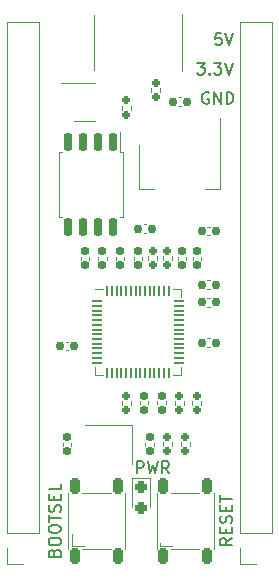
<source format=gbr>
%TF.GenerationSoftware,KiCad,Pcbnew,(6.0.6)*%
%TF.CreationDate,2022-06-27T18:40:53+02:00*%
%TF.ProjectId,rp2040-mini,72703230-3430-42d6-9d69-6e692e6b6963,rev?*%
%TF.SameCoordinates,Original*%
%TF.FileFunction,Legend,Top*%
%TF.FilePolarity,Positive*%
%FSLAX46Y46*%
G04 Gerber Fmt 4.6, Leading zero omitted, Abs format (unit mm)*
G04 Created by KiCad (PCBNEW (6.0.6)) date 2022-06-27 18:40:53*
%MOMM*%
%LPD*%
G01*
G04 APERTURE LIST*
G04 Aperture macros list*
%AMRoundRect*
0 Rectangle with rounded corners*
0 $1 Rounding radius*
0 $2 $3 $4 $5 $6 $7 $8 $9 X,Y pos of 4 corners*
0 Add a 4 corners polygon primitive as box body*
4,1,4,$2,$3,$4,$5,$6,$7,$8,$9,$2,$3,0*
0 Add four circle primitives for the rounded corners*
1,1,$1+$1,$2,$3*
1,1,$1+$1,$4,$5*
1,1,$1+$1,$6,$7*
1,1,$1+$1,$8,$9*
0 Add four rect primitives between the rounded corners*
20,1,$1+$1,$2,$3,$4,$5,0*
20,1,$1+$1,$4,$5,$6,$7,0*
20,1,$1+$1,$6,$7,$8,$9,0*
20,1,$1+$1,$8,$9,$2,$3,0*%
G04 Aperture macros list end*
%ADD10C,0.150000*%
%ADD11C,0.120000*%
%ADD12RoundRect,0.160000X0.160000X-0.197500X0.160000X0.197500X-0.160000X0.197500X-0.160000X-0.197500X0*%
%ADD13RoundRect,0.155000X0.155000X-0.212500X0.155000X0.212500X-0.155000X0.212500X-0.155000X-0.212500X0*%
%ADD14R,1.560000X0.650000*%
%ADD15RoundRect,0.225000X0.225000X-0.475000X0.225000X0.475000X-0.225000X0.475000X-0.225000X-0.475000X0*%
%ADD16RoundRect,0.050000X-0.387500X-0.050000X0.387500X-0.050000X0.387500X0.050000X-0.387500X0.050000X0*%
%ADD17RoundRect,0.050000X-0.050000X-0.387500X0.050000X-0.387500X0.050000X0.387500X-0.050000X0.387500X0*%
%ADD18R,3.200000X3.200000*%
%ADD19R,1.500000X2.000000*%
%ADD20R,3.800000X2.000000*%
%ADD21RoundRect,0.150000X-0.150000X0.650000X-0.150000X-0.650000X0.150000X-0.650000X0.150000X0.650000X0*%
%ADD22RoundRect,0.155000X-0.155000X0.212500X-0.155000X-0.212500X0.155000X-0.212500X0.155000X0.212500X0*%
%ADD23R,0.400000X1.350000*%
%ADD24R,0.900000X1.700000*%
%ADD25C,0.550000*%
%ADD26R,1.700000X1.700000*%
%ADD27O,1.700000X1.700000*%
%ADD28RoundRect,0.155000X-0.212500X-0.155000X0.212500X-0.155000X0.212500X0.155000X-0.212500X0.155000X0*%
%ADD29RoundRect,0.160000X-0.160000X0.197500X-0.160000X-0.197500X0.160000X-0.197500X0.160000X0.197500X0*%
%ADD30R,1.400000X1.200000*%
%ADD31RoundRect,0.155000X0.212500X0.155000X-0.212500X0.155000X-0.212500X-0.155000X0.212500X-0.155000X0*%
%ADD32RoundRect,0.237500X-0.237500X0.287500X-0.237500X-0.287500X0.237500X-0.287500X0.237500X0.287500X0*%
G04 APERTURE END LIST*
D10*
X86452380Y-77452380D02*
X85976190Y-77785714D01*
X86452380Y-78023809D02*
X85452380Y-78023809D01*
X85452380Y-77642857D01*
X85500000Y-77547619D01*
X85547619Y-77500000D01*
X85642857Y-77452380D01*
X85785714Y-77452380D01*
X85880952Y-77500000D01*
X85928571Y-77547619D01*
X85976190Y-77642857D01*
X85976190Y-78023809D01*
X85928571Y-77023809D02*
X85928571Y-76690476D01*
X86452380Y-76547619D02*
X86452380Y-77023809D01*
X85452380Y-77023809D01*
X85452380Y-76547619D01*
X86404761Y-76166666D02*
X86452380Y-76023809D01*
X86452380Y-75785714D01*
X86404761Y-75690476D01*
X86357142Y-75642857D01*
X86261904Y-75595238D01*
X86166666Y-75595238D01*
X86071428Y-75642857D01*
X86023809Y-75690476D01*
X85976190Y-75785714D01*
X85928571Y-75976190D01*
X85880952Y-76071428D01*
X85833333Y-76119047D01*
X85738095Y-76166666D01*
X85642857Y-76166666D01*
X85547619Y-76119047D01*
X85500000Y-76071428D01*
X85452380Y-75976190D01*
X85452380Y-75738095D01*
X85500000Y-75595238D01*
X85928571Y-75166666D02*
X85928571Y-74833333D01*
X86452380Y-74690476D02*
X86452380Y-75166666D01*
X85452380Y-75166666D01*
X85452380Y-74690476D01*
X85452380Y-74404761D02*
X85452380Y-73833333D01*
X86452380Y-74119047D02*
X85452380Y-74119047D01*
X83523809Y-37202380D02*
X84142857Y-37202380D01*
X83809523Y-37583333D01*
X83952380Y-37583333D01*
X84047619Y-37630952D01*
X84095238Y-37678571D01*
X84142857Y-37773809D01*
X84142857Y-38011904D01*
X84095238Y-38107142D01*
X84047619Y-38154761D01*
X83952380Y-38202380D01*
X83666666Y-38202380D01*
X83571428Y-38154761D01*
X83523809Y-38107142D01*
X84571428Y-38107142D02*
X84619047Y-38154761D01*
X84571428Y-38202380D01*
X84523809Y-38154761D01*
X84571428Y-38107142D01*
X84571428Y-38202380D01*
X84952380Y-37202380D02*
X85571428Y-37202380D01*
X85238095Y-37583333D01*
X85380952Y-37583333D01*
X85476190Y-37630952D01*
X85523809Y-37678571D01*
X85571428Y-37773809D01*
X85571428Y-38011904D01*
X85523809Y-38107142D01*
X85476190Y-38154761D01*
X85380952Y-38202380D01*
X85095238Y-38202380D01*
X85000000Y-38154761D01*
X84952380Y-38107142D01*
X85857142Y-37202380D02*
X86190476Y-38202380D01*
X86523809Y-37202380D01*
X85559523Y-34702380D02*
X85083333Y-34702380D01*
X85035714Y-35178571D01*
X85083333Y-35130952D01*
X85178571Y-35083333D01*
X85416666Y-35083333D01*
X85511904Y-35130952D01*
X85559523Y-35178571D01*
X85607142Y-35273809D01*
X85607142Y-35511904D01*
X85559523Y-35607142D01*
X85511904Y-35654761D01*
X85416666Y-35702380D01*
X85178571Y-35702380D01*
X85083333Y-35654761D01*
X85035714Y-35607142D01*
X85892857Y-34702380D02*
X86226190Y-35702380D01*
X86559523Y-34702380D01*
X78416666Y-71952380D02*
X78416666Y-70952380D01*
X78797619Y-70952380D01*
X78892857Y-71000000D01*
X78940476Y-71047619D01*
X78988095Y-71142857D01*
X78988095Y-71285714D01*
X78940476Y-71380952D01*
X78892857Y-71428571D01*
X78797619Y-71476190D01*
X78416666Y-71476190D01*
X79321428Y-70952380D02*
X79559523Y-71952380D01*
X79750000Y-71238095D01*
X79940476Y-71952380D01*
X80178571Y-70952380D01*
X81130952Y-71952380D02*
X80797619Y-71476190D01*
X80559523Y-71952380D02*
X80559523Y-70952380D01*
X80940476Y-70952380D01*
X81035714Y-71000000D01*
X81083333Y-71047619D01*
X81130952Y-71142857D01*
X81130952Y-71285714D01*
X81083333Y-71380952D01*
X81035714Y-71428571D01*
X80940476Y-71476190D01*
X80559523Y-71476190D01*
X84488095Y-39750000D02*
X84392857Y-39702380D01*
X84250000Y-39702380D01*
X84107142Y-39750000D01*
X84011904Y-39845238D01*
X83964285Y-39940476D01*
X83916666Y-40130952D01*
X83916666Y-40273809D01*
X83964285Y-40464285D01*
X84011904Y-40559523D01*
X84107142Y-40654761D01*
X84250000Y-40702380D01*
X84345238Y-40702380D01*
X84488095Y-40654761D01*
X84535714Y-40607142D01*
X84535714Y-40273809D01*
X84345238Y-40273809D01*
X84964285Y-40702380D02*
X84964285Y-39702380D01*
X85535714Y-40702380D01*
X85535714Y-39702380D01*
X86011904Y-40702380D02*
X86011904Y-39702380D01*
X86250000Y-39702380D01*
X86392857Y-39750000D01*
X86488095Y-39845238D01*
X86535714Y-39940476D01*
X86583333Y-40130952D01*
X86583333Y-40273809D01*
X86535714Y-40464285D01*
X86488095Y-40559523D01*
X86392857Y-40654761D01*
X86250000Y-40702380D01*
X86011904Y-40702380D01*
X71428571Y-78690476D02*
X71476190Y-78547619D01*
X71523809Y-78500000D01*
X71619047Y-78452380D01*
X71761904Y-78452380D01*
X71857142Y-78500000D01*
X71904761Y-78547619D01*
X71952380Y-78642857D01*
X71952380Y-79023809D01*
X70952380Y-79023809D01*
X70952380Y-78690476D01*
X71000000Y-78595238D01*
X71047619Y-78547619D01*
X71142857Y-78500000D01*
X71238095Y-78500000D01*
X71333333Y-78547619D01*
X71380952Y-78595238D01*
X71428571Y-78690476D01*
X71428571Y-79023809D01*
X70952380Y-77833333D02*
X70952380Y-77642857D01*
X71000000Y-77547619D01*
X71095238Y-77452380D01*
X71285714Y-77404761D01*
X71619047Y-77404761D01*
X71809523Y-77452380D01*
X71904761Y-77547619D01*
X71952380Y-77642857D01*
X71952380Y-77833333D01*
X71904761Y-77928571D01*
X71809523Y-78023809D01*
X71619047Y-78071428D01*
X71285714Y-78071428D01*
X71095238Y-78023809D01*
X71000000Y-77928571D01*
X70952380Y-77833333D01*
X70952380Y-76785714D02*
X70952380Y-76595238D01*
X71000000Y-76500000D01*
X71095238Y-76404761D01*
X71285714Y-76357142D01*
X71619047Y-76357142D01*
X71809523Y-76404761D01*
X71904761Y-76500000D01*
X71952380Y-76595238D01*
X71952380Y-76785714D01*
X71904761Y-76880952D01*
X71809523Y-76976190D01*
X71619047Y-77023809D01*
X71285714Y-77023809D01*
X71095238Y-76976190D01*
X71000000Y-76880952D01*
X70952380Y-76785714D01*
X70952380Y-76071428D02*
X70952380Y-75500000D01*
X71952380Y-75785714D02*
X70952380Y-75785714D01*
X71904761Y-75214285D02*
X71952380Y-75071428D01*
X71952380Y-74833333D01*
X71904761Y-74738095D01*
X71857142Y-74690476D01*
X71761904Y-74642857D01*
X71666666Y-74642857D01*
X71571428Y-74690476D01*
X71523809Y-74738095D01*
X71476190Y-74833333D01*
X71428571Y-75023809D01*
X71380952Y-75119047D01*
X71333333Y-75166666D01*
X71238095Y-75214285D01*
X71142857Y-75214285D01*
X71047619Y-75166666D01*
X71000000Y-75119047D01*
X70952380Y-75023809D01*
X70952380Y-74785714D01*
X71000000Y-74642857D01*
X71428571Y-74214285D02*
X71428571Y-73880952D01*
X71952380Y-73738095D02*
X71952380Y-74214285D01*
X70952380Y-74214285D01*
X70952380Y-73738095D01*
X71952380Y-72833333D02*
X71952380Y-73309523D01*
X70952380Y-73309523D01*
D11*
%TO.C,R5*%
X81620000Y-66167621D02*
X81620000Y-65832379D01*
X82380000Y-66167621D02*
X82380000Y-65832379D01*
%TO.C,C12*%
X82610000Y-53865835D02*
X82610000Y-53634165D01*
X81890000Y-53865835D02*
X81890000Y-53634165D01*
%TO.C,U2*%
X73100000Y-42110000D02*
X74900000Y-42110000D01*
X74900000Y-38890000D02*
X71950000Y-38890000D01*
%TO.C,C10*%
X78140000Y-53865835D02*
X78140000Y-53634165D01*
X78860000Y-53865835D02*
X78860000Y-53634165D01*
%TO.C,SW1*%
X73900000Y-78100000D02*
X72900000Y-78100000D01*
X76200000Y-73600000D02*
X73800000Y-73600000D01*
X72600000Y-78400000D02*
X72600000Y-73600000D01*
X77400000Y-78400000D02*
X77400000Y-73600000D01*
X76200000Y-78400000D02*
X73800000Y-78400000D01*
X72900000Y-78100000D02*
X72900000Y-77100000D01*
%TO.C,SW2*%
X80100000Y-78400000D02*
X80100000Y-73600000D01*
X84900000Y-78400000D02*
X84900000Y-73600000D01*
X83700000Y-73600000D02*
X81300000Y-73600000D01*
X83700000Y-78400000D02*
X81300000Y-78400000D01*
X81400000Y-78100000D02*
X80400000Y-78100000D01*
X80400000Y-78100000D02*
X80400000Y-77100000D01*
%TO.C,U1*%
X74890000Y-63610000D02*
X74890000Y-62960000D01*
X81460000Y-56390000D02*
X82110000Y-56390000D01*
X82110000Y-56390000D02*
X82110000Y-57040000D01*
X82110000Y-63610000D02*
X82110000Y-62960000D01*
X75540000Y-56390000D02*
X74890000Y-56390000D01*
X75540000Y-63610000D02*
X74890000Y-63610000D01*
X81460000Y-63610000D02*
X82110000Y-63610000D01*
%TO.C,U3*%
X78590000Y-44150000D02*
X78590000Y-47910000D01*
X85410000Y-47910000D02*
X84150000Y-47910000D01*
X78590000Y-47910000D02*
X79850000Y-47910000D01*
X85410000Y-41900000D02*
X85410000Y-47910000D01*
%TO.C,U4*%
X77225000Y-50250000D02*
X76965000Y-50250000D01*
X77225000Y-44750000D02*
X76965000Y-44750000D01*
X71775000Y-44750000D02*
X72035000Y-44750000D01*
X71775000Y-47500000D02*
X71775000Y-50250000D01*
X77225000Y-47500000D02*
X77225000Y-44750000D01*
X76965000Y-44750000D02*
X76965000Y-43100000D01*
X71775000Y-50250000D02*
X72035000Y-50250000D01*
X77225000Y-47500000D02*
X77225000Y-50250000D01*
X71775000Y-47500000D02*
X71775000Y-44750000D01*
%TO.C,R3*%
X83120000Y-66167621D02*
X83120000Y-65832379D01*
X83880000Y-66167621D02*
X83880000Y-65832379D01*
%TO.C,C6*%
X79140000Y-69384165D02*
X79140000Y-69615835D01*
X79860000Y-69384165D02*
X79860000Y-69615835D01*
%TO.C,J3*%
X82200000Y-33100000D02*
X82200000Y-37900000D01*
X74800000Y-33150000D02*
X74800000Y-37850000D01*
%TO.C,J1*%
X70105000Y-33765000D02*
X67445000Y-33765000D01*
X67445000Y-77005000D02*
X67445000Y-33765000D01*
X70105000Y-77005000D02*
X70105000Y-33765000D01*
X70105000Y-77005000D02*
X67445000Y-77005000D01*
X68775000Y-79605000D02*
X67445000Y-79605000D01*
X67445000Y-79605000D02*
X67445000Y-78275000D01*
%TO.C,C1*%
X84384165Y-56360000D02*
X84615835Y-56360000D01*
X84384165Y-55640000D02*
X84615835Y-55640000D01*
%TO.C,C16*%
X78984165Y-51610000D02*
X79215835Y-51610000D01*
X78984165Y-50890000D02*
X79215835Y-50890000D01*
%TO.C,R2*%
X80620000Y-53582379D02*
X80620000Y-53917621D01*
X81380000Y-53582379D02*
X81380000Y-53917621D01*
%TO.C,R6*%
X82880000Y-69667621D02*
X82880000Y-69332379D01*
X82120000Y-69667621D02*
X82120000Y-69332379D01*
%TO.C,R1*%
X80620000Y-69667621D02*
X80620000Y-69332379D01*
X81380000Y-69667621D02*
X81380000Y-69332379D01*
%TO.C,C2*%
X83860000Y-53865835D02*
X83860000Y-53634165D01*
X83140000Y-53865835D02*
X83140000Y-53634165D01*
%TO.C,C7*%
X78640000Y-65884165D02*
X78640000Y-66115835D01*
X79360000Y-65884165D02*
X79360000Y-66115835D01*
%TO.C,C14*%
X81951665Y-40860000D02*
X82183335Y-40860000D01*
X81951665Y-40140000D02*
X82183335Y-40140000D01*
%TO.C,Y1*%
X78000000Y-71150000D02*
X78000000Y-67850000D01*
X78000000Y-67850000D02*
X74000000Y-67850000D01*
%TO.C,R4*%
X80130000Y-53582379D02*
X80130000Y-53917621D01*
X79370000Y-53582379D02*
X79370000Y-53917621D01*
%TO.C,J2*%
X89830000Y-77005000D02*
X89830000Y-33765000D01*
X87170000Y-77005000D02*
X87170000Y-33765000D01*
X87170000Y-79605000D02*
X87170000Y-78275000D01*
X89830000Y-77005000D02*
X87170000Y-77005000D01*
X88500000Y-79605000D02*
X87170000Y-79605000D01*
X89830000Y-33765000D02*
X87170000Y-33765000D01*
%TO.C,C4*%
X84384165Y-57140000D02*
X84615835Y-57140000D01*
X84384165Y-57860000D02*
X84615835Y-57860000D01*
%TO.C,C8*%
X77360000Y-53865835D02*
X77360000Y-53634165D01*
X76640000Y-53865835D02*
X76640000Y-53634165D01*
%TO.C,R7*%
X77880000Y-40832379D02*
X77880000Y-41167621D01*
X77120000Y-40832379D02*
X77120000Y-41167621D01*
%TO.C,C11*%
X75140000Y-53865835D02*
X75140000Y-53634165D01*
X75860000Y-53865835D02*
X75860000Y-53634165D01*
%TO.C,R8*%
X77880000Y-66167621D02*
X77880000Y-65832379D01*
X77120000Y-66167621D02*
X77120000Y-65832379D01*
%TO.C,C17*%
X72615835Y-60840000D02*
X72384165Y-60840000D01*
X72615835Y-61560000D02*
X72384165Y-61560000D01*
%TO.C,D1*%
X79485000Y-72340000D02*
X78015000Y-72340000D01*
X79485000Y-74800000D02*
X79485000Y-72340000D01*
X78015000Y-72340000D02*
X78015000Y-74800000D01*
%TO.C,C3*%
X73640000Y-53865835D02*
X73640000Y-53634165D01*
X74360000Y-53865835D02*
X74360000Y-53634165D01*
%TO.C,FB1*%
X79620000Y-39332379D02*
X79620000Y-39667621D01*
X80380000Y-39332379D02*
X80380000Y-39667621D01*
%TO.C,C9*%
X80140000Y-65884165D02*
X80140000Y-66115835D01*
X80860000Y-65884165D02*
X80860000Y-66115835D01*
%TO.C,C15*%
X84384165Y-51100000D02*
X84615835Y-51100000D01*
X84384165Y-51820000D02*
X84615835Y-51820000D01*
%TO.C,C13*%
X84384165Y-60540000D02*
X84615835Y-60540000D01*
X84384165Y-61260000D02*
X84615835Y-61260000D01*
%TO.C,C5*%
X72860000Y-69384165D02*
X72860000Y-69615835D01*
X72140000Y-69384165D02*
X72140000Y-69615835D01*
%TD*%
%LPC*%
D12*
%TO.C,R5*%
X82000000Y-66597500D03*
X82000000Y-65402500D03*
%TD*%
D13*
%TO.C,C12*%
X82250000Y-54317500D03*
X82250000Y-53182500D03*
%TD*%
D14*
%TO.C,U2*%
X72650000Y-39550000D03*
X72650000Y-40500000D03*
X72650000Y-41450000D03*
X75350000Y-41450000D03*
X75350000Y-40500000D03*
X75350000Y-39550000D03*
%TD*%
D13*
%TO.C,C10*%
X78500000Y-54317500D03*
X78500000Y-53182500D03*
%TD*%
D15*
%TO.C,SW1*%
X73150000Y-79000000D03*
X73150000Y-73000000D03*
X76850000Y-79000000D03*
X76850000Y-73000000D03*
%TD*%
%TO.C,SW2*%
X80650000Y-79000000D03*
X80650000Y-73000000D03*
X84350000Y-79000000D03*
X84350000Y-73000000D03*
%TD*%
D16*
%TO.C,U1*%
X75062500Y-57400000D03*
X75062500Y-57800000D03*
X75062500Y-58200000D03*
X75062500Y-58600000D03*
X75062500Y-59000000D03*
X75062500Y-59400000D03*
X75062500Y-59800000D03*
X75062500Y-60200000D03*
X75062500Y-60600000D03*
X75062500Y-61000000D03*
X75062500Y-61400000D03*
X75062500Y-61800000D03*
X75062500Y-62200000D03*
X75062500Y-62600000D03*
D17*
X75900000Y-63437500D03*
X76300000Y-63437500D03*
X76700000Y-63437500D03*
X77100000Y-63437500D03*
X77500000Y-63437500D03*
X77900000Y-63437500D03*
X78300000Y-63437500D03*
X78700000Y-63437500D03*
X79100000Y-63437500D03*
X79500000Y-63437500D03*
X79900000Y-63437500D03*
X80300000Y-63437500D03*
X80700000Y-63437500D03*
X81100000Y-63437500D03*
D16*
X81937500Y-62600000D03*
X81937500Y-62200000D03*
X81937500Y-61800000D03*
X81937500Y-61400000D03*
X81937500Y-61000000D03*
X81937500Y-60600000D03*
X81937500Y-60200000D03*
X81937500Y-59800000D03*
X81937500Y-59400000D03*
X81937500Y-59000000D03*
X81937500Y-58600000D03*
X81937500Y-58200000D03*
X81937500Y-57800000D03*
X81937500Y-57400000D03*
D17*
X81100000Y-56562500D03*
X80700000Y-56562500D03*
X80300000Y-56562500D03*
X79900000Y-56562500D03*
X79500000Y-56562500D03*
X79100000Y-56562500D03*
X78700000Y-56562500D03*
X78300000Y-56562500D03*
X77900000Y-56562500D03*
X77500000Y-56562500D03*
X77100000Y-56562500D03*
X76700000Y-56562500D03*
X76300000Y-56562500D03*
X75900000Y-56562500D03*
D18*
X78500000Y-60000000D03*
%TD*%
D19*
%TO.C,U3*%
X84300000Y-42850000D03*
D20*
X82000000Y-49150000D03*
D19*
X82000000Y-42850000D03*
X79700000Y-42850000D03*
%TD*%
D21*
%TO.C,U4*%
X76405000Y-43900000D03*
X75135000Y-43900000D03*
X73865000Y-43900000D03*
X72595000Y-43900000D03*
X72595000Y-51100000D03*
X73865000Y-51100000D03*
X75135000Y-51100000D03*
X76405000Y-51100000D03*
%TD*%
D12*
%TO.C,R3*%
X83500000Y-66597500D03*
X83500000Y-65402500D03*
%TD*%
D22*
%TO.C,C6*%
X79500000Y-68932500D03*
X79500000Y-70067500D03*
%TD*%
D23*
%TO.C,J3*%
X79800000Y-37225000D03*
X79150000Y-37225000D03*
X78500000Y-37225000D03*
X77850000Y-37225000D03*
X77200000Y-37225000D03*
D24*
X75675000Y-34550000D03*
D25*
X76500000Y-36700000D03*
X80500000Y-36700000D03*
D24*
X81325000Y-34550000D03*
%TD*%
D26*
%TO.C,J1*%
X68775000Y-78275000D03*
D27*
X68775000Y-75735000D03*
X68775000Y-73195000D03*
X68775000Y-70655000D03*
X68775000Y-68115000D03*
X68775000Y-65575000D03*
X68775000Y-63035000D03*
X68775000Y-60495000D03*
X68775000Y-57955000D03*
X68775000Y-55415000D03*
X68775000Y-52875000D03*
X68775000Y-50335000D03*
X68775000Y-47795000D03*
X68775000Y-45255000D03*
X68775000Y-42715000D03*
X68775000Y-40175000D03*
X68775000Y-37635000D03*
X68775000Y-35095000D03*
%TD*%
D28*
%TO.C,C1*%
X83932500Y-56000000D03*
X85067500Y-56000000D03*
%TD*%
%TO.C,C16*%
X78532500Y-51250000D03*
X79667500Y-51250000D03*
%TD*%
D29*
%TO.C,R2*%
X81000000Y-53152500D03*
X81000000Y-54347500D03*
%TD*%
D12*
%TO.C,R6*%
X82500000Y-70097500D03*
X82500000Y-68902500D03*
%TD*%
%TO.C,R1*%
X81000000Y-70097500D03*
X81000000Y-68902500D03*
%TD*%
D13*
%TO.C,C2*%
X83500000Y-54317500D03*
X83500000Y-53182500D03*
%TD*%
D22*
%TO.C,C7*%
X79000000Y-65432500D03*
X79000000Y-66567500D03*
%TD*%
D28*
%TO.C,C14*%
X81500000Y-40500000D03*
X82635000Y-40500000D03*
%TD*%
D30*
%TO.C,Y1*%
X77100000Y-68650000D03*
X74900000Y-68650000D03*
X74900000Y-70350000D03*
X77100000Y-70350000D03*
%TD*%
D29*
%TO.C,R4*%
X79750000Y-53152500D03*
X79750000Y-54347500D03*
%TD*%
D26*
%TO.C,J2*%
X88500000Y-78275000D03*
D27*
X88500000Y-75735000D03*
X88500000Y-73195000D03*
X88500000Y-70655000D03*
X88500000Y-68115000D03*
X88500000Y-65575000D03*
X88500000Y-63035000D03*
X88500000Y-60495000D03*
X88500000Y-57955000D03*
X88500000Y-55415000D03*
X88500000Y-52875000D03*
X88500000Y-50335000D03*
X88500000Y-47795000D03*
X88500000Y-45255000D03*
X88500000Y-42715000D03*
X88500000Y-40175000D03*
X88500000Y-37635000D03*
X88500000Y-35095000D03*
%TD*%
D28*
%TO.C,C4*%
X83932500Y-57500000D03*
X85067500Y-57500000D03*
%TD*%
D13*
%TO.C,C8*%
X77000000Y-54317500D03*
X77000000Y-53182500D03*
%TD*%
D29*
%TO.C,R7*%
X77500000Y-40402500D03*
X77500000Y-41597500D03*
%TD*%
D13*
%TO.C,C11*%
X75500000Y-54317500D03*
X75500000Y-53182500D03*
%TD*%
D12*
%TO.C,R8*%
X77500000Y-66597500D03*
X77500000Y-65402500D03*
%TD*%
D31*
%TO.C,C17*%
X73067500Y-61200000D03*
X71932500Y-61200000D03*
%TD*%
D32*
%TO.C,D1*%
X78750000Y-73125000D03*
X78750000Y-74875000D03*
%TD*%
D13*
%TO.C,C3*%
X74000000Y-54317500D03*
X74000000Y-53182500D03*
%TD*%
D29*
%TO.C,FB1*%
X80000000Y-38902500D03*
X80000000Y-40097500D03*
%TD*%
D22*
%TO.C,C9*%
X80500000Y-65432500D03*
X80500000Y-66567500D03*
%TD*%
D28*
%TO.C,C15*%
X83932500Y-51460000D03*
X85067500Y-51460000D03*
%TD*%
%TO.C,C13*%
X83932500Y-60900000D03*
X85067500Y-60900000D03*
%TD*%
D22*
%TO.C,C5*%
X72500000Y-68932500D03*
X72500000Y-70067500D03*
%TD*%
D26*
%TO.C,DEBUG*%
X81025000Y-77000000D03*
D27*
X78485000Y-77000000D03*
X75945000Y-77000000D03*
%TD*%
M02*

</source>
